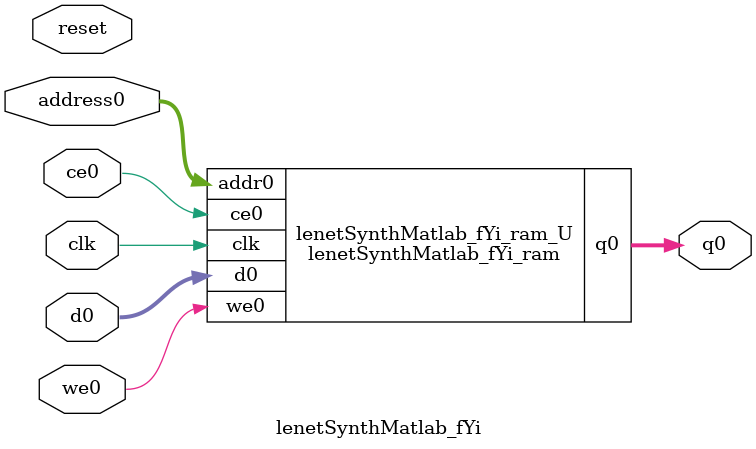
<source format=v>

`timescale 1 ns / 1 ps
module lenetSynthMatlab_fYi_ram (addr0, ce0, d0, we0, q0,  clk);

parameter DWIDTH = 32;
parameter AWIDTH = 5;
parameter MEM_SIZE = 25;

input[AWIDTH-1:0] addr0;
input ce0;
input[DWIDTH-1:0] d0;
input we0;
output reg[DWIDTH-1:0] q0;
input clk;

(* ram_style = "distributed" *)reg [DWIDTH-1:0] ram[0:MEM_SIZE-1];




always @(posedge clk)  
begin 
    if (ce0) 
    begin
        if (we0) 
        begin 
            ram[addr0] <= d0; 
            q0 <= d0;
        end 
        else 
            q0 <= ram[addr0];
    end
end


endmodule


`timescale 1 ns / 1 ps
module lenetSynthMatlab_fYi(
    reset,
    clk,
    address0,
    ce0,
    we0,
    d0,
    q0);

parameter DataWidth = 32'd32;
parameter AddressRange = 32'd25;
parameter AddressWidth = 32'd5;
input reset;
input clk;
input[AddressWidth - 1:0] address0;
input ce0;
input we0;
input[DataWidth - 1:0] d0;
output[DataWidth - 1:0] q0;



lenetSynthMatlab_fYi_ram lenetSynthMatlab_fYi_ram_U(
    .clk( clk ),
    .addr0( address0 ),
    .ce0( ce0 ),
    .we0( we0 ),
    .d0( d0 ),
    .q0( q0 ));

endmodule


</source>
